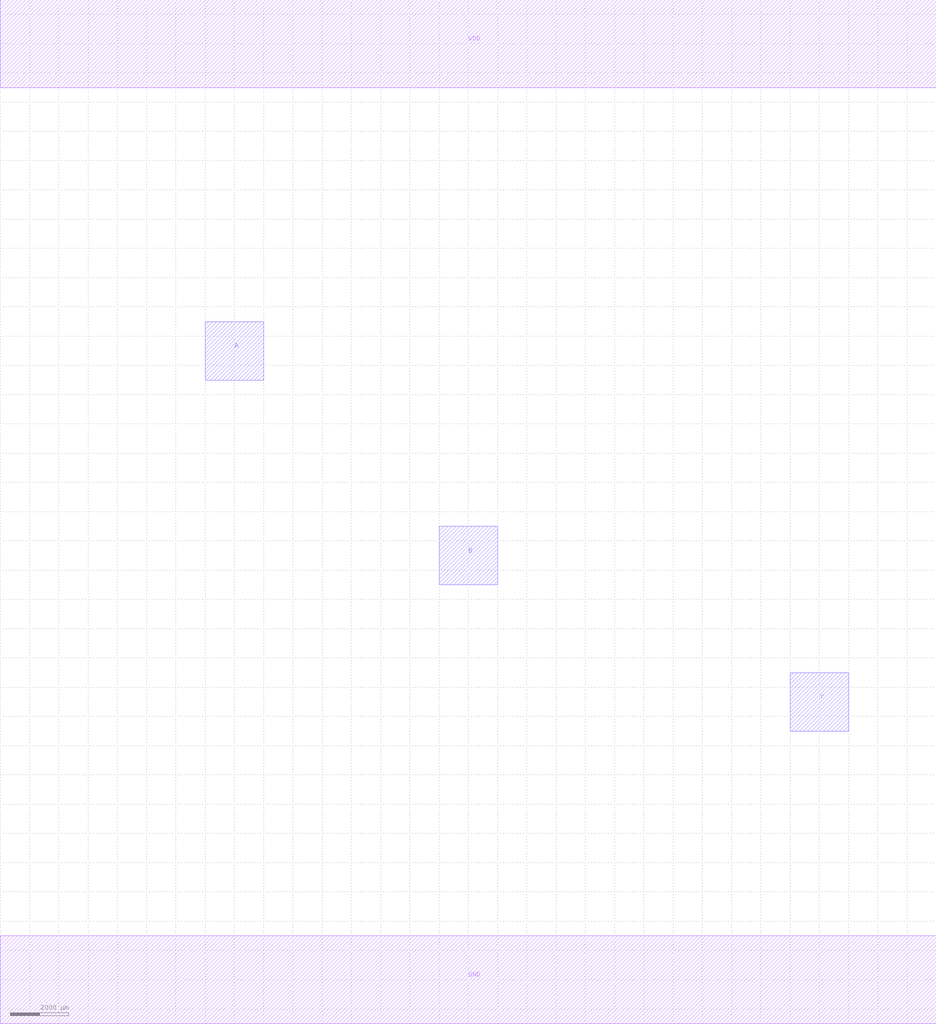
<source format=lef>
MACRO AND2X1
 CLASS CORE ;
 ORIGIN 0 0 ;
 FOREIGN AND2X1 0 0 ;
 SITE CORE ;
 SYMMETRY X Y R90 ;
  PIN VDD
   DIRECTION INOUT ;
   USE SIGNAL ;
   SHAPE ABUTMENT ;
    PORT
     CLASS CORE ;
       LAYER metal1 ;
        RECT 0.00000000 30500.00000000 32000.00000000 33500.00000000 ;
    END
  END VDD

  PIN GND
   DIRECTION INOUT ;
   USE SIGNAL ;
   SHAPE ABUTMENT ;
    PORT
     CLASS CORE ;
       LAYER metal1 ;
        RECT 0.00000000 -1500.00000000 32000.00000000 1500.00000000 ;
    END
  END GND

  PIN A
   DIRECTION INOUT ;
   USE SIGNAL ;
   SHAPE ABUTMENT ;
    PORT
     CLASS CORE ;
       LAYER metal2 ;
        RECT 7000.00000000 20500.00000000 9000.00000000 22500.00000000 ;
    END
  END A

  PIN B
   DIRECTION INOUT ;
   USE SIGNAL ;
   SHAPE ABUTMENT ;
    PORT
     CLASS CORE ;
       LAYER metal2 ;
        RECT 15000.00000000 13500.00000000 17000.00000000 15500.00000000 ;
    END
  END B

  PIN Y
   DIRECTION INOUT ;
   USE SIGNAL ;
   SHAPE ABUTMENT ;
    PORT
     CLASS CORE ;
       LAYER metal2 ;
        RECT 27000.00000000 8500.00000000 29000.00000000 10500.00000000 ;
    END
  END Y


END AND2X1

</source>
